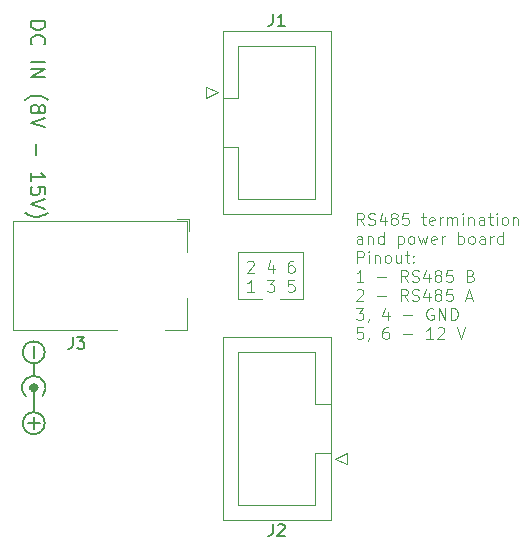
<source format=gbr>
%TF.GenerationSoftware,KiCad,Pcbnew,8.0.3*%
%TF.CreationDate,2024-07-13T17:14:31+01:00*%
%TF.ProjectId,RS485Board,52533438-3542-46f6-9172-642e6b696361,rev?*%
%TF.SameCoordinates,Original*%
%TF.FileFunction,Legend,Top*%
%TF.FilePolarity,Positive*%
%FSLAX46Y46*%
G04 Gerber Fmt 4.6, Leading zero omitted, Abs format (unit mm)*
G04 Created by KiCad (PCBNEW 8.0.3) date 2024-07-13 17:14:31*
%MOMM*%
%LPD*%
G01*
G04 APERTURE LIST*
%ADD10C,0.150000*%
%ADD11C,0.100000*%
%ADD12C,0.170688*%
%ADD13C,0.500000*%
%ADD14C,0.120000*%
G04 APERTURE END LIST*
D10*
X91925000Y-119000000D02*
X91925000Y-118500000D01*
D11*
X109250000Y-114500000D02*
X109250000Y-110500000D01*
D10*
X91925000Y-125000000D02*
X91425000Y-125000000D01*
D11*
X111250000Y-114500000D02*
X109250000Y-114500000D01*
X114750000Y-110500000D02*
X114750000Y-114500000D01*
X114750000Y-114500000D02*
X112750000Y-114500000D01*
X109250000Y-110500000D02*
X114750000Y-110500000D01*
D10*
X91925000Y-125000000D02*
X92425000Y-125000000D01*
X91925000Y-119000000D02*
X91925000Y-119500000D01*
X91925000Y-125000000D02*
X91925000Y-125500000D01*
X91925000Y-125000000D02*
X91925000Y-124500000D01*
D11*
X110006265Y-111357713D02*
X110053884Y-111310094D01*
X110053884Y-111310094D02*
X110149122Y-111262475D01*
X110149122Y-111262475D02*
X110387217Y-111262475D01*
X110387217Y-111262475D02*
X110482455Y-111310094D01*
X110482455Y-111310094D02*
X110530074Y-111357713D01*
X110530074Y-111357713D02*
X110577693Y-111452951D01*
X110577693Y-111452951D02*
X110577693Y-111548189D01*
X110577693Y-111548189D02*
X110530074Y-111691046D01*
X110530074Y-111691046D02*
X109958646Y-112262475D01*
X109958646Y-112262475D02*
X110577693Y-112262475D01*
X112196741Y-111595808D02*
X112196741Y-112262475D01*
X111958646Y-111214856D02*
X111720551Y-111929141D01*
X111720551Y-111929141D02*
X112339598Y-111929141D01*
X113911027Y-111262475D02*
X113720551Y-111262475D01*
X113720551Y-111262475D02*
X113625313Y-111310094D01*
X113625313Y-111310094D02*
X113577694Y-111357713D01*
X113577694Y-111357713D02*
X113482456Y-111500570D01*
X113482456Y-111500570D02*
X113434837Y-111691046D01*
X113434837Y-111691046D02*
X113434837Y-112071998D01*
X113434837Y-112071998D02*
X113482456Y-112167236D01*
X113482456Y-112167236D02*
X113530075Y-112214856D01*
X113530075Y-112214856D02*
X113625313Y-112262475D01*
X113625313Y-112262475D02*
X113815789Y-112262475D01*
X113815789Y-112262475D02*
X113911027Y-112214856D01*
X113911027Y-112214856D02*
X113958646Y-112167236D01*
X113958646Y-112167236D02*
X114006265Y-112071998D01*
X114006265Y-112071998D02*
X114006265Y-111833903D01*
X114006265Y-111833903D02*
X113958646Y-111738665D01*
X113958646Y-111738665D02*
X113911027Y-111691046D01*
X113911027Y-111691046D02*
X113815789Y-111643427D01*
X113815789Y-111643427D02*
X113625313Y-111643427D01*
X113625313Y-111643427D02*
X113530075Y-111691046D01*
X113530075Y-111691046D02*
X113482456Y-111738665D01*
X113482456Y-111738665D02*
X113434837Y-111833903D01*
X110577693Y-113872419D02*
X110006265Y-113872419D01*
X110291979Y-113872419D02*
X110291979Y-112872419D01*
X110291979Y-112872419D02*
X110196741Y-113015276D01*
X110196741Y-113015276D02*
X110101503Y-113110514D01*
X110101503Y-113110514D02*
X110006265Y-113158133D01*
X111672932Y-112872419D02*
X112291979Y-112872419D01*
X112291979Y-112872419D02*
X111958646Y-113253371D01*
X111958646Y-113253371D02*
X112101503Y-113253371D01*
X112101503Y-113253371D02*
X112196741Y-113300990D01*
X112196741Y-113300990D02*
X112244360Y-113348609D01*
X112244360Y-113348609D02*
X112291979Y-113443847D01*
X112291979Y-113443847D02*
X112291979Y-113681942D01*
X112291979Y-113681942D02*
X112244360Y-113777180D01*
X112244360Y-113777180D02*
X112196741Y-113824800D01*
X112196741Y-113824800D02*
X112101503Y-113872419D01*
X112101503Y-113872419D02*
X111815789Y-113872419D01*
X111815789Y-113872419D02*
X111720551Y-113824800D01*
X111720551Y-113824800D02*
X111672932Y-113777180D01*
X113958646Y-112872419D02*
X113482456Y-112872419D01*
X113482456Y-112872419D02*
X113434837Y-113348609D01*
X113434837Y-113348609D02*
X113482456Y-113300990D01*
X113482456Y-113300990D02*
X113577694Y-113253371D01*
X113577694Y-113253371D02*
X113815789Y-113253371D01*
X113815789Y-113253371D02*
X113911027Y-113300990D01*
X113911027Y-113300990D02*
X113958646Y-113348609D01*
X113958646Y-113348609D02*
X114006265Y-113443847D01*
X114006265Y-113443847D02*
X114006265Y-113681942D01*
X114006265Y-113681942D02*
X113958646Y-113777180D01*
X113958646Y-113777180D02*
X113911027Y-113824800D01*
X113911027Y-113824800D02*
X113815789Y-113872419D01*
X113815789Y-113872419D02*
X113577694Y-113872419D01*
X113577694Y-113872419D02*
X113482456Y-113824800D01*
X113482456Y-113824800D02*
X113434837Y-113777180D01*
X119875312Y-108212755D02*
X119541979Y-107736564D01*
X119303884Y-108212755D02*
X119303884Y-107212755D01*
X119303884Y-107212755D02*
X119684836Y-107212755D01*
X119684836Y-107212755D02*
X119780074Y-107260374D01*
X119780074Y-107260374D02*
X119827693Y-107307993D01*
X119827693Y-107307993D02*
X119875312Y-107403231D01*
X119875312Y-107403231D02*
X119875312Y-107546088D01*
X119875312Y-107546088D02*
X119827693Y-107641326D01*
X119827693Y-107641326D02*
X119780074Y-107688945D01*
X119780074Y-107688945D02*
X119684836Y-107736564D01*
X119684836Y-107736564D02*
X119303884Y-107736564D01*
X120256265Y-108165136D02*
X120399122Y-108212755D01*
X120399122Y-108212755D02*
X120637217Y-108212755D01*
X120637217Y-108212755D02*
X120732455Y-108165136D01*
X120732455Y-108165136D02*
X120780074Y-108117516D01*
X120780074Y-108117516D02*
X120827693Y-108022278D01*
X120827693Y-108022278D02*
X120827693Y-107927040D01*
X120827693Y-107927040D02*
X120780074Y-107831802D01*
X120780074Y-107831802D02*
X120732455Y-107784183D01*
X120732455Y-107784183D02*
X120637217Y-107736564D01*
X120637217Y-107736564D02*
X120446741Y-107688945D01*
X120446741Y-107688945D02*
X120351503Y-107641326D01*
X120351503Y-107641326D02*
X120303884Y-107593707D01*
X120303884Y-107593707D02*
X120256265Y-107498469D01*
X120256265Y-107498469D02*
X120256265Y-107403231D01*
X120256265Y-107403231D02*
X120303884Y-107307993D01*
X120303884Y-107307993D02*
X120351503Y-107260374D01*
X120351503Y-107260374D02*
X120446741Y-107212755D01*
X120446741Y-107212755D02*
X120684836Y-107212755D01*
X120684836Y-107212755D02*
X120827693Y-107260374D01*
X121684836Y-107546088D02*
X121684836Y-108212755D01*
X121446741Y-107165136D02*
X121208646Y-107879421D01*
X121208646Y-107879421D02*
X121827693Y-107879421D01*
X122351503Y-107641326D02*
X122256265Y-107593707D01*
X122256265Y-107593707D02*
X122208646Y-107546088D01*
X122208646Y-107546088D02*
X122161027Y-107450850D01*
X122161027Y-107450850D02*
X122161027Y-107403231D01*
X122161027Y-107403231D02*
X122208646Y-107307993D01*
X122208646Y-107307993D02*
X122256265Y-107260374D01*
X122256265Y-107260374D02*
X122351503Y-107212755D01*
X122351503Y-107212755D02*
X122541979Y-107212755D01*
X122541979Y-107212755D02*
X122637217Y-107260374D01*
X122637217Y-107260374D02*
X122684836Y-107307993D01*
X122684836Y-107307993D02*
X122732455Y-107403231D01*
X122732455Y-107403231D02*
X122732455Y-107450850D01*
X122732455Y-107450850D02*
X122684836Y-107546088D01*
X122684836Y-107546088D02*
X122637217Y-107593707D01*
X122637217Y-107593707D02*
X122541979Y-107641326D01*
X122541979Y-107641326D02*
X122351503Y-107641326D01*
X122351503Y-107641326D02*
X122256265Y-107688945D01*
X122256265Y-107688945D02*
X122208646Y-107736564D01*
X122208646Y-107736564D02*
X122161027Y-107831802D01*
X122161027Y-107831802D02*
X122161027Y-108022278D01*
X122161027Y-108022278D02*
X122208646Y-108117516D01*
X122208646Y-108117516D02*
X122256265Y-108165136D01*
X122256265Y-108165136D02*
X122351503Y-108212755D01*
X122351503Y-108212755D02*
X122541979Y-108212755D01*
X122541979Y-108212755D02*
X122637217Y-108165136D01*
X122637217Y-108165136D02*
X122684836Y-108117516D01*
X122684836Y-108117516D02*
X122732455Y-108022278D01*
X122732455Y-108022278D02*
X122732455Y-107831802D01*
X122732455Y-107831802D02*
X122684836Y-107736564D01*
X122684836Y-107736564D02*
X122637217Y-107688945D01*
X122637217Y-107688945D02*
X122541979Y-107641326D01*
X123637217Y-107212755D02*
X123161027Y-107212755D01*
X123161027Y-107212755D02*
X123113408Y-107688945D01*
X123113408Y-107688945D02*
X123161027Y-107641326D01*
X123161027Y-107641326D02*
X123256265Y-107593707D01*
X123256265Y-107593707D02*
X123494360Y-107593707D01*
X123494360Y-107593707D02*
X123589598Y-107641326D01*
X123589598Y-107641326D02*
X123637217Y-107688945D01*
X123637217Y-107688945D02*
X123684836Y-107784183D01*
X123684836Y-107784183D02*
X123684836Y-108022278D01*
X123684836Y-108022278D02*
X123637217Y-108117516D01*
X123637217Y-108117516D02*
X123589598Y-108165136D01*
X123589598Y-108165136D02*
X123494360Y-108212755D01*
X123494360Y-108212755D02*
X123256265Y-108212755D01*
X123256265Y-108212755D02*
X123161027Y-108165136D01*
X123161027Y-108165136D02*
X123113408Y-108117516D01*
X124732456Y-107546088D02*
X125113408Y-107546088D01*
X124875313Y-107212755D02*
X124875313Y-108069897D01*
X124875313Y-108069897D02*
X124922932Y-108165136D01*
X124922932Y-108165136D02*
X125018170Y-108212755D01*
X125018170Y-108212755D02*
X125113408Y-108212755D01*
X125827694Y-108165136D02*
X125732456Y-108212755D01*
X125732456Y-108212755D02*
X125541980Y-108212755D01*
X125541980Y-108212755D02*
X125446742Y-108165136D01*
X125446742Y-108165136D02*
X125399123Y-108069897D01*
X125399123Y-108069897D02*
X125399123Y-107688945D01*
X125399123Y-107688945D02*
X125446742Y-107593707D01*
X125446742Y-107593707D02*
X125541980Y-107546088D01*
X125541980Y-107546088D02*
X125732456Y-107546088D01*
X125732456Y-107546088D02*
X125827694Y-107593707D01*
X125827694Y-107593707D02*
X125875313Y-107688945D01*
X125875313Y-107688945D02*
X125875313Y-107784183D01*
X125875313Y-107784183D02*
X125399123Y-107879421D01*
X126303885Y-108212755D02*
X126303885Y-107546088D01*
X126303885Y-107736564D02*
X126351504Y-107641326D01*
X126351504Y-107641326D02*
X126399123Y-107593707D01*
X126399123Y-107593707D02*
X126494361Y-107546088D01*
X126494361Y-107546088D02*
X126589599Y-107546088D01*
X126922933Y-108212755D02*
X126922933Y-107546088D01*
X126922933Y-107641326D02*
X126970552Y-107593707D01*
X126970552Y-107593707D02*
X127065790Y-107546088D01*
X127065790Y-107546088D02*
X127208647Y-107546088D01*
X127208647Y-107546088D02*
X127303885Y-107593707D01*
X127303885Y-107593707D02*
X127351504Y-107688945D01*
X127351504Y-107688945D02*
X127351504Y-108212755D01*
X127351504Y-107688945D02*
X127399123Y-107593707D01*
X127399123Y-107593707D02*
X127494361Y-107546088D01*
X127494361Y-107546088D02*
X127637218Y-107546088D01*
X127637218Y-107546088D02*
X127732457Y-107593707D01*
X127732457Y-107593707D02*
X127780076Y-107688945D01*
X127780076Y-107688945D02*
X127780076Y-108212755D01*
X128256266Y-108212755D02*
X128256266Y-107546088D01*
X128256266Y-107212755D02*
X128208647Y-107260374D01*
X128208647Y-107260374D02*
X128256266Y-107307993D01*
X128256266Y-107307993D02*
X128303885Y-107260374D01*
X128303885Y-107260374D02*
X128256266Y-107212755D01*
X128256266Y-107212755D02*
X128256266Y-107307993D01*
X128732456Y-107546088D02*
X128732456Y-108212755D01*
X128732456Y-107641326D02*
X128780075Y-107593707D01*
X128780075Y-107593707D02*
X128875313Y-107546088D01*
X128875313Y-107546088D02*
X129018170Y-107546088D01*
X129018170Y-107546088D02*
X129113408Y-107593707D01*
X129113408Y-107593707D02*
X129161027Y-107688945D01*
X129161027Y-107688945D02*
X129161027Y-108212755D01*
X130065789Y-108212755D02*
X130065789Y-107688945D01*
X130065789Y-107688945D02*
X130018170Y-107593707D01*
X130018170Y-107593707D02*
X129922932Y-107546088D01*
X129922932Y-107546088D02*
X129732456Y-107546088D01*
X129732456Y-107546088D02*
X129637218Y-107593707D01*
X130065789Y-108165136D02*
X129970551Y-108212755D01*
X129970551Y-108212755D02*
X129732456Y-108212755D01*
X129732456Y-108212755D02*
X129637218Y-108165136D01*
X129637218Y-108165136D02*
X129589599Y-108069897D01*
X129589599Y-108069897D02*
X129589599Y-107974659D01*
X129589599Y-107974659D02*
X129637218Y-107879421D01*
X129637218Y-107879421D02*
X129732456Y-107831802D01*
X129732456Y-107831802D02*
X129970551Y-107831802D01*
X129970551Y-107831802D02*
X130065789Y-107784183D01*
X130399123Y-107546088D02*
X130780075Y-107546088D01*
X130541980Y-107212755D02*
X130541980Y-108069897D01*
X130541980Y-108069897D02*
X130589599Y-108165136D01*
X130589599Y-108165136D02*
X130684837Y-108212755D01*
X130684837Y-108212755D02*
X130780075Y-108212755D01*
X131113409Y-108212755D02*
X131113409Y-107546088D01*
X131113409Y-107212755D02*
X131065790Y-107260374D01*
X131065790Y-107260374D02*
X131113409Y-107307993D01*
X131113409Y-107307993D02*
X131161028Y-107260374D01*
X131161028Y-107260374D02*
X131113409Y-107212755D01*
X131113409Y-107212755D02*
X131113409Y-107307993D01*
X131732456Y-108212755D02*
X131637218Y-108165136D01*
X131637218Y-108165136D02*
X131589599Y-108117516D01*
X131589599Y-108117516D02*
X131541980Y-108022278D01*
X131541980Y-108022278D02*
X131541980Y-107736564D01*
X131541980Y-107736564D02*
X131589599Y-107641326D01*
X131589599Y-107641326D02*
X131637218Y-107593707D01*
X131637218Y-107593707D02*
X131732456Y-107546088D01*
X131732456Y-107546088D02*
X131875313Y-107546088D01*
X131875313Y-107546088D02*
X131970551Y-107593707D01*
X131970551Y-107593707D02*
X132018170Y-107641326D01*
X132018170Y-107641326D02*
X132065789Y-107736564D01*
X132065789Y-107736564D02*
X132065789Y-108022278D01*
X132065789Y-108022278D02*
X132018170Y-108117516D01*
X132018170Y-108117516D02*
X131970551Y-108165136D01*
X131970551Y-108165136D02*
X131875313Y-108212755D01*
X131875313Y-108212755D02*
X131732456Y-108212755D01*
X132494361Y-107546088D02*
X132494361Y-108212755D01*
X132494361Y-107641326D02*
X132541980Y-107593707D01*
X132541980Y-107593707D02*
X132637218Y-107546088D01*
X132637218Y-107546088D02*
X132780075Y-107546088D01*
X132780075Y-107546088D02*
X132875313Y-107593707D01*
X132875313Y-107593707D02*
X132922932Y-107688945D01*
X132922932Y-107688945D02*
X132922932Y-108212755D01*
X119732455Y-109822699D02*
X119732455Y-109298889D01*
X119732455Y-109298889D02*
X119684836Y-109203651D01*
X119684836Y-109203651D02*
X119589598Y-109156032D01*
X119589598Y-109156032D02*
X119399122Y-109156032D01*
X119399122Y-109156032D02*
X119303884Y-109203651D01*
X119732455Y-109775080D02*
X119637217Y-109822699D01*
X119637217Y-109822699D02*
X119399122Y-109822699D01*
X119399122Y-109822699D02*
X119303884Y-109775080D01*
X119303884Y-109775080D02*
X119256265Y-109679841D01*
X119256265Y-109679841D02*
X119256265Y-109584603D01*
X119256265Y-109584603D02*
X119303884Y-109489365D01*
X119303884Y-109489365D02*
X119399122Y-109441746D01*
X119399122Y-109441746D02*
X119637217Y-109441746D01*
X119637217Y-109441746D02*
X119732455Y-109394127D01*
X120208646Y-109156032D02*
X120208646Y-109822699D01*
X120208646Y-109251270D02*
X120256265Y-109203651D01*
X120256265Y-109203651D02*
X120351503Y-109156032D01*
X120351503Y-109156032D02*
X120494360Y-109156032D01*
X120494360Y-109156032D02*
X120589598Y-109203651D01*
X120589598Y-109203651D02*
X120637217Y-109298889D01*
X120637217Y-109298889D02*
X120637217Y-109822699D01*
X121541979Y-109822699D02*
X121541979Y-108822699D01*
X121541979Y-109775080D02*
X121446741Y-109822699D01*
X121446741Y-109822699D02*
X121256265Y-109822699D01*
X121256265Y-109822699D02*
X121161027Y-109775080D01*
X121161027Y-109775080D02*
X121113408Y-109727460D01*
X121113408Y-109727460D02*
X121065789Y-109632222D01*
X121065789Y-109632222D02*
X121065789Y-109346508D01*
X121065789Y-109346508D02*
X121113408Y-109251270D01*
X121113408Y-109251270D02*
X121161027Y-109203651D01*
X121161027Y-109203651D02*
X121256265Y-109156032D01*
X121256265Y-109156032D02*
X121446741Y-109156032D01*
X121446741Y-109156032D02*
X121541979Y-109203651D01*
X122780075Y-109156032D02*
X122780075Y-110156032D01*
X122780075Y-109203651D02*
X122875313Y-109156032D01*
X122875313Y-109156032D02*
X123065789Y-109156032D01*
X123065789Y-109156032D02*
X123161027Y-109203651D01*
X123161027Y-109203651D02*
X123208646Y-109251270D01*
X123208646Y-109251270D02*
X123256265Y-109346508D01*
X123256265Y-109346508D02*
X123256265Y-109632222D01*
X123256265Y-109632222D02*
X123208646Y-109727460D01*
X123208646Y-109727460D02*
X123161027Y-109775080D01*
X123161027Y-109775080D02*
X123065789Y-109822699D01*
X123065789Y-109822699D02*
X122875313Y-109822699D01*
X122875313Y-109822699D02*
X122780075Y-109775080D01*
X123827694Y-109822699D02*
X123732456Y-109775080D01*
X123732456Y-109775080D02*
X123684837Y-109727460D01*
X123684837Y-109727460D02*
X123637218Y-109632222D01*
X123637218Y-109632222D02*
X123637218Y-109346508D01*
X123637218Y-109346508D02*
X123684837Y-109251270D01*
X123684837Y-109251270D02*
X123732456Y-109203651D01*
X123732456Y-109203651D02*
X123827694Y-109156032D01*
X123827694Y-109156032D02*
X123970551Y-109156032D01*
X123970551Y-109156032D02*
X124065789Y-109203651D01*
X124065789Y-109203651D02*
X124113408Y-109251270D01*
X124113408Y-109251270D02*
X124161027Y-109346508D01*
X124161027Y-109346508D02*
X124161027Y-109632222D01*
X124161027Y-109632222D02*
X124113408Y-109727460D01*
X124113408Y-109727460D02*
X124065789Y-109775080D01*
X124065789Y-109775080D02*
X123970551Y-109822699D01*
X123970551Y-109822699D02*
X123827694Y-109822699D01*
X124494361Y-109156032D02*
X124684837Y-109822699D01*
X124684837Y-109822699D02*
X124875313Y-109346508D01*
X124875313Y-109346508D02*
X125065789Y-109822699D01*
X125065789Y-109822699D02*
X125256265Y-109156032D01*
X126018170Y-109775080D02*
X125922932Y-109822699D01*
X125922932Y-109822699D02*
X125732456Y-109822699D01*
X125732456Y-109822699D02*
X125637218Y-109775080D01*
X125637218Y-109775080D02*
X125589599Y-109679841D01*
X125589599Y-109679841D02*
X125589599Y-109298889D01*
X125589599Y-109298889D02*
X125637218Y-109203651D01*
X125637218Y-109203651D02*
X125732456Y-109156032D01*
X125732456Y-109156032D02*
X125922932Y-109156032D01*
X125922932Y-109156032D02*
X126018170Y-109203651D01*
X126018170Y-109203651D02*
X126065789Y-109298889D01*
X126065789Y-109298889D02*
X126065789Y-109394127D01*
X126065789Y-109394127D02*
X125589599Y-109489365D01*
X126494361Y-109822699D02*
X126494361Y-109156032D01*
X126494361Y-109346508D02*
X126541980Y-109251270D01*
X126541980Y-109251270D02*
X126589599Y-109203651D01*
X126589599Y-109203651D02*
X126684837Y-109156032D01*
X126684837Y-109156032D02*
X126780075Y-109156032D01*
X127875314Y-109822699D02*
X127875314Y-108822699D01*
X127875314Y-109203651D02*
X127970552Y-109156032D01*
X127970552Y-109156032D02*
X128161028Y-109156032D01*
X128161028Y-109156032D02*
X128256266Y-109203651D01*
X128256266Y-109203651D02*
X128303885Y-109251270D01*
X128303885Y-109251270D02*
X128351504Y-109346508D01*
X128351504Y-109346508D02*
X128351504Y-109632222D01*
X128351504Y-109632222D02*
X128303885Y-109727460D01*
X128303885Y-109727460D02*
X128256266Y-109775080D01*
X128256266Y-109775080D02*
X128161028Y-109822699D01*
X128161028Y-109822699D02*
X127970552Y-109822699D01*
X127970552Y-109822699D02*
X127875314Y-109775080D01*
X128922933Y-109822699D02*
X128827695Y-109775080D01*
X128827695Y-109775080D02*
X128780076Y-109727460D01*
X128780076Y-109727460D02*
X128732457Y-109632222D01*
X128732457Y-109632222D02*
X128732457Y-109346508D01*
X128732457Y-109346508D02*
X128780076Y-109251270D01*
X128780076Y-109251270D02*
X128827695Y-109203651D01*
X128827695Y-109203651D02*
X128922933Y-109156032D01*
X128922933Y-109156032D02*
X129065790Y-109156032D01*
X129065790Y-109156032D02*
X129161028Y-109203651D01*
X129161028Y-109203651D02*
X129208647Y-109251270D01*
X129208647Y-109251270D02*
X129256266Y-109346508D01*
X129256266Y-109346508D02*
X129256266Y-109632222D01*
X129256266Y-109632222D02*
X129208647Y-109727460D01*
X129208647Y-109727460D02*
X129161028Y-109775080D01*
X129161028Y-109775080D02*
X129065790Y-109822699D01*
X129065790Y-109822699D02*
X128922933Y-109822699D01*
X130113409Y-109822699D02*
X130113409Y-109298889D01*
X130113409Y-109298889D02*
X130065790Y-109203651D01*
X130065790Y-109203651D02*
X129970552Y-109156032D01*
X129970552Y-109156032D02*
X129780076Y-109156032D01*
X129780076Y-109156032D02*
X129684838Y-109203651D01*
X130113409Y-109775080D02*
X130018171Y-109822699D01*
X130018171Y-109822699D02*
X129780076Y-109822699D01*
X129780076Y-109822699D02*
X129684838Y-109775080D01*
X129684838Y-109775080D02*
X129637219Y-109679841D01*
X129637219Y-109679841D02*
X129637219Y-109584603D01*
X129637219Y-109584603D02*
X129684838Y-109489365D01*
X129684838Y-109489365D02*
X129780076Y-109441746D01*
X129780076Y-109441746D02*
X130018171Y-109441746D01*
X130018171Y-109441746D02*
X130113409Y-109394127D01*
X130589600Y-109822699D02*
X130589600Y-109156032D01*
X130589600Y-109346508D02*
X130637219Y-109251270D01*
X130637219Y-109251270D02*
X130684838Y-109203651D01*
X130684838Y-109203651D02*
X130780076Y-109156032D01*
X130780076Y-109156032D02*
X130875314Y-109156032D01*
X131637219Y-109822699D02*
X131637219Y-108822699D01*
X131637219Y-109775080D02*
X131541981Y-109822699D01*
X131541981Y-109822699D02*
X131351505Y-109822699D01*
X131351505Y-109822699D02*
X131256267Y-109775080D01*
X131256267Y-109775080D02*
X131208648Y-109727460D01*
X131208648Y-109727460D02*
X131161029Y-109632222D01*
X131161029Y-109632222D02*
X131161029Y-109346508D01*
X131161029Y-109346508D02*
X131208648Y-109251270D01*
X131208648Y-109251270D02*
X131256267Y-109203651D01*
X131256267Y-109203651D02*
X131351505Y-109156032D01*
X131351505Y-109156032D02*
X131541981Y-109156032D01*
X131541981Y-109156032D02*
X131637219Y-109203651D01*
X119303884Y-111432643D02*
X119303884Y-110432643D01*
X119303884Y-110432643D02*
X119684836Y-110432643D01*
X119684836Y-110432643D02*
X119780074Y-110480262D01*
X119780074Y-110480262D02*
X119827693Y-110527881D01*
X119827693Y-110527881D02*
X119875312Y-110623119D01*
X119875312Y-110623119D02*
X119875312Y-110765976D01*
X119875312Y-110765976D02*
X119827693Y-110861214D01*
X119827693Y-110861214D02*
X119780074Y-110908833D01*
X119780074Y-110908833D02*
X119684836Y-110956452D01*
X119684836Y-110956452D02*
X119303884Y-110956452D01*
X120303884Y-111432643D02*
X120303884Y-110765976D01*
X120303884Y-110432643D02*
X120256265Y-110480262D01*
X120256265Y-110480262D02*
X120303884Y-110527881D01*
X120303884Y-110527881D02*
X120351503Y-110480262D01*
X120351503Y-110480262D02*
X120303884Y-110432643D01*
X120303884Y-110432643D02*
X120303884Y-110527881D01*
X120780074Y-110765976D02*
X120780074Y-111432643D01*
X120780074Y-110861214D02*
X120827693Y-110813595D01*
X120827693Y-110813595D02*
X120922931Y-110765976D01*
X120922931Y-110765976D02*
X121065788Y-110765976D01*
X121065788Y-110765976D02*
X121161026Y-110813595D01*
X121161026Y-110813595D02*
X121208645Y-110908833D01*
X121208645Y-110908833D02*
X121208645Y-111432643D01*
X121827693Y-111432643D02*
X121732455Y-111385024D01*
X121732455Y-111385024D02*
X121684836Y-111337404D01*
X121684836Y-111337404D02*
X121637217Y-111242166D01*
X121637217Y-111242166D02*
X121637217Y-110956452D01*
X121637217Y-110956452D02*
X121684836Y-110861214D01*
X121684836Y-110861214D02*
X121732455Y-110813595D01*
X121732455Y-110813595D02*
X121827693Y-110765976D01*
X121827693Y-110765976D02*
X121970550Y-110765976D01*
X121970550Y-110765976D02*
X122065788Y-110813595D01*
X122065788Y-110813595D02*
X122113407Y-110861214D01*
X122113407Y-110861214D02*
X122161026Y-110956452D01*
X122161026Y-110956452D02*
X122161026Y-111242166D01*
X122161026Y-111242166D02*
X122113407Y-111337404D01*
X122113407Y-111337404D02*
X122065788Y-111385024D01*
X122065788Y-111385024D02*
X121970550Y-111432643D01*
X121970550Y-111432643D02*
X121827693Y-111432643D01*
X123018169Y-110765976D02*
X123018169Y-111432643D01*
X122589598Y-110765976D02*
X122589598Y-111289785D01*
X122589598Y-111289785D02*
X122637217Y-111385024D01*
X122637217Y-111385024D02*
X122732455Y-111432643D01*
X122732455Y-111432643D02*
X122875312Y-111432643D01*
X122875312Y-111432643D02*
X122970550Y-111385024D01*
X122970550Y-111385024D02*
X123018169Y-111337404D01*
X123351503Y-110765976D02*
X123732455Y-110765976D01*
X123494360Y-110432643D02*
X123494360Y-111289785D01*
X123494360Y-111289785D02*
X123541979Y-111385024D01*
X123541979Y-111385024D02*
X123637217Y-111432643D01*
X123637217Y-111432643D02*
X123732455Y-111432643D01*
X124065789Y-111337404D02*
X124113408Y-111385024D01*
X124113408Y-111385024D02*
X124065789Y-111432643D01*
X124065789Y-111432643D02*
X124018170Y-111385024D01*
X124018170Y-111385024D02*
X124065789Y-111337404D01*
X124065789Y-111337404D02*
X124065789Y-111432643D01*
X124065789Y-110813595D02*
X124113408Y-110861214D01*
X124113408Y-110861214D02*
X124065789Y-110908833D01*
X124065789Y-110908833D02*
X124018170Y-110861214D01*
X124018170Y-110861214D02*
X124065789Y-110813595D01*
X124065789Y-110813595D02*
X124065789Y-110908833D01*
X119827693Y-113042587D02*
X119256265Y-113042587D01*
X119541979Y-113042587D02*
X119541979Y-112042587D01*
X119541979Y-112042587D02*
X119446741Y-112185444D01*
X119446741Y-112185444D02*
X119351503Y-112280682D01*
X119351503Y-112280682D02*
X119256265Y-112328301D01*
X121018170Y-112661634D02*
X121780075Y-112661634D01*
X123589598Y-113042587D02*
X123256265Y-112566396D01*
X123018170Y-113042587D02*
X123018170Y-112042587D01*
X123018170Y-112042587D02*
X123399122Y-112042587D01*
X123399122Y-112042587D02*
X123494360Y-112090206D01*
X123494360Y-112090206D02*
X123541979Y-112137825D01*
X123541979Y-112137825D02*
X123589598Y-112233063D01*
X123589598Y-112233063D02*
X123589598Y-112375920D01*
X123589598Y-112375920D02*
X123541979Y-112471158D01*
X123541979Y-112471158D02*
X123494360Y-112518777D01*
X123494360Y-112518777D02*
X123399122Y-112566396D01*
X123399122Y-112566396D02*
X123018170Y-112566396D01*
X123970551Y-112994968D02*
X124113408Y-113042587D01*
X124113408Y-113042587D02*
X124351503Y-113042587D01*
X124351503Y-113042587D02*
X124446741Y-112994968D01*
X124446741Y-112994968D02*
X124494360Y-112947348D01*
X124494360Y-112947348D02*
X124541979Y-112852110D01*
X124541979Y-112852110D02*
X124541979Y-112756872D01*
X124541979Y-112756872D02*
X124494360Y-112661634D01*
X124494360Y-112661634D02*
X124446741Y-112614015D01*
X124446741Y-112614015D02*
X124351503Y-112566396D01*
X124351503Y-112566396D02*
X124161027Y-112518777D01*
X124161027Y-112518777D02*
X124065789Y-112471158D01*
X124065789Y-112471158D02*
X124018170Y-112423539D01*
X124018170Y-112423539D02*
X123970551Y-112328301D01*
X123970551Y-112328301D02*
X123970551Y-112233063D01*
X123970551Y-112233063D02*
X124018170Y-112137825D01*
X124018170Y-112137825D02*
X124065789Y-112090206D01*
X124065789Y-112090206D02*
X124161027Y-112042587D01*
X124161027Y-112042587D02*
X124399122Y-112042587D01*
X124399122Y-112042587D02*
X124541979Y-112090206D01*
X125399122Y-112375920D02*
X125399122Y-113042587D01*
X125161027Y-111994968D02*
X124922932Y-112709253D01*
X124922932Y-112709253D02*
X125541979Y-112709253D01*
X126065789Y-112471158D02*
X125970551Y-112423539D01*
X125970551Y-112423539D02*
X125922932Y-112375920D01*
X125922932Y-112375920D02*
X125875313Y-112280682D01*
X125875313Y-112280682D02*
X125875313Y-112233063D01*
X125875313Y-112233063D02*
X125922932Y-112137825D01*
X125922932Y-112137825D02*
X125970551Y-112090206D01*
X125970551Y-112090206D02*
X126065789Y-112042587D01*
X126065789Y-112042587D02*
X126256265Y-112042587D01*
X126256265Y-112042587D02*
X126351503Y-112090206D01*
X126351503Y-112090206D02*
X126399122Y-112137825D01*
X126399122Y-112137825D02*
X126446741Y-112233063D01*
X126446741Y-112233063D02*
X126446741Y-112280682D01*
X126446741Y-112280682D02*
X126399122Y-112375920D01*
X126399122Y-112375920D02*
X126351503Y-112423539D01*
X126351503Y-112423539D02*
X126256265Y-112471158D01*
X126256265Y-112471158D02*
X126065789Y-112471158D01*
X126065789Y-112471158D02*
X125970551Y-112518777D01*
X125970551Y-112518777D02*
X125922932Y-112566396D01*
X125922932Y-112566396D02*
X125875313Y-112661634D01*
X125875313Y-112661634D02*
X125875313Y-112852110D01*
X125875313Y-112852110D02*
X125922932Y-112947348D01*
X125922932Y-112947348D02*
X125970551Y-112994968D01*
X125970551Y-112994968D02*
X126065789Y-113042587D01*
X126065789Y-113042587D02*
X126256265Y-113042587D01*
X126256265Y-113042587D02*
X126351503Y-112994968D01*
X126351503Y-112994968D02*
X126399122Y-112947348D01*
X126399122Y-112947348D02*
X126446741Y-112852110D01*
X126446741Y-112852110D02*
X126446741Y-112661634D01*
X126446741Y-112661634D02*
X126399122Y-112566396D01*
X126399122Y-112566396D02*
X126351503Y-112518777D01*
X126351503Y-112518777D02*
X126256265Y-112471158D01*
X127351503Y-112042587D02*
X126875313Y-112042587D01*
X126875313Y-112042587D02*
X126827694Y-112518777D01*
X126827694Y-112518777D02*
X126875313Y-112471158D01*
X126875313Y-112471158D02*
X126970551Y-112423539D01*
X126970551Y-112423539D02*
X127208646Y-112423539D01*
X127208646Y-112423539D02*
X127303884Y-112471158D01*
X127303884Y-112471158D02*
X127351503Y-112518777D01*
X127351503Y-112518777D02*
X127399122Y-112614015D01*
X127399122Y-112614015D02*
X127399122Y-112852110D01*
X127399122Y-112852110D02*
X127351503Y-112947348D01*
X127351503Y-112947348D02*
X127303884Y-112994968D01*
X127303884Y-112994968D02*
X127208646Y-113042587D01*
X127208646Y-113042587D02*
X126970551Y-113042587D01*
X126970551Y-113042587D02*
X126875313Y-112994968D01*
X126875313Y-112994968D02*
X126827694Y-112947348D01*
X128922932Y-112518777D02*
X129065789Y-112566396D01*
X129065789Y-112566396D02*
X129113408Y-112614015D01*
X129113408Y-112614015D02*
X129161027Y-112709253D01*
X129161027Y-112709253D02*
X129161027Y-112852110D01*
X129161027Y-112852110D02*
X129113408Y-112947348D01*
X129113408Y-112947348D02*
X129065789Y-112994968D01*
X129065789Y-112994968D02*
X128970551Y-113042587D01*
X128970551Y-113042587D02*
X128589599Y-113042587D01*
X128589599Y-113042587D02*
X128589599Y-112042587D01*
X128589599Y-112042587D02*
X128922932Y-112042587D01*
X128922932Y-112042587D02*
X129018170Y-112090206D01*
X129018170Y-112090206D02*
X129065789Y-112137825D01*
X129065789Y-112137825D02*
X129113408Y-112233063D01*
X129113408Y-112233063D02*
X129113408Y-112328301D01*
X129113408Y-112328301D02*
X129065789Y-112423539D01*
X129065789Y-112423539D02*
X129018170Y-112471158D01*
X129018170Y-112471158D02*
X128922932Y-112518777D01*
X128922932Y-112518777D02*
X128589599Y-112518777D01*
X119256265Y-113747769D02*
X119303884Y-113700150D01*
X119303884Y-113700150D02*
X119399122Y-113652531D01*
X119399122Y-113652531D02*
X119637217Y-113652531D01*
X119637217Y-113652531D02*
X119732455Y-113700150D01*
X119732455Y-113700150D02*
X119780074Y-113747769D01*
X119780074Y-113747769D02*
X119827693Y-113843007D01*
X119827693Y-113843007D02*
X119827693Y-113938245D01*
X119827693Y-113938245D02*
X119780074Y-114081102D01*
X119780074Y-114081102D02*
X119208646Y-114652531D01*
X119208646Y-114652531D02*
X119827693Y-114652531D01*
X121018170Y-114271578D02*
X121780075Y-114271578D01*
X123589598Y-114652531D02*
X123256265Y-114176340D01*
X123018170Y-114652531D02*
X123018170Y-113652531D01*
X123018170Y-113652531D02*
X123399122Y-113652531D01*
X123399122Y-113652531D02*
X123494360Y-113700150D01*
X123494360Y-113700150D02*
X123541979Y-113747769D01*
X123541979Y-113747769D02*
X123589598Y-113843007D01*
X123589598Y-113843007D02*
X123589598Y-113985864D01*
X123589598Y-113985864D02*
X123541979Y-114081102D01*
X123541979Y-114081102D02*
X123494360Y-114128721D01*
X123494360Y-114128721D02*
X123399122Y-114176340D01*
X123399122Y-114176340D02*
X123018170Y-114176340D01*
X123970551Y-114604912D02*
X124113408Y-114652531D01*
X124113408Y-114652531D02*
X124351503Y-114652531D01*
X124351503Y-114652531D02*
X124446741Y-114604912D01*
X124446741Y-114604912D02*
X124494360Y-114557292D01*
X124494360Y-114557292D02*
X124541979Y-114462054D01*
X124541979Y-114462054D02*
X124541979Y-114366816D01*
X124541979Y-114366816D02*
X124494360Y-114271578D01*
X124494360Y-114271578D02*
X124446741Y-114223959D01*
X124446741Y-114223959D02*
X124351503Y-114176340D01*
X124351503Y-114176340D02*
X124161027Y-114128721D01*
X124161027Y-114128721D02*
X124065789Y-114081102D01*
X124065789Y-114081102D02*
X124018170Y-114033483D01*
X124018170Y-114033483D02*
X123970551Y-113938245D01*
X123970551Y-113938245D02*
X123970551Y-113843007D01*
X123970551Y-113843007D02*
X124018170Y-113747769D01*
X124018170Y-113747769D02*
X124065789Y-113700150D01*
X124065789Y-113700150D02*
X124161027Y-113652531D01*
X124161027Y-113652531D02*
X124399122Y-113652531D01*
X124399122Y-113652531D02*
X124541979Y-113700150D01*
X125399122Y-113985864D02*
X125399122Y-114652531D01*
X125161027Y-113604912D02*
X124922932Y-114319197D01*
X124922932Y-114319197D02*
X125541979Y-114319197D01*
X126065789Y-114081102D02*
X125970551Y-114033483D01*
X125970551Y-114033483D02*
X125922932Y-113985864D01*
X125922932Y-113985864D02*
X125875313Y-113890626D01*
X125875313Y-113890626D02*
X125875313Y-113843007D01*
X125875313Y-113843007D02*
X125922932Y-113747769D01*
X125922932Y-113747769D02*
X125970551Y-113700150D01*
X125970551Y-113700150D02*
X126065789Y-113652531D01*
X126065789Y-113652531D02*
X126256265Y-113652531D01*
X126256265Y-113652531D02*
X126351503Y-113700150D01*
X126351503Y-113700150D02*
X126399122Y-113747769D01*
X126399122Y-113747769D02*
X126446741Y-113843007D01*
X126446741Y-113843007D02*
X126446741Y-113890626D01*
X126446741Y-113890626D02*
X126399122Y-113985864D01*
X126399122Y-113985864D02*
X126351503Y-114033483D01*
X126351503Y-114033483D02*
X126256265Y-114081102D01*
X126256265Y-114081102D02*
X126065789Y-114081102D01*
X126065789Y-114081102D02*
X125970551Y-114128721D01*
X125970551Y-114128721D02*
X125922932Y-114176340D01*
X125922932Y-114176340D02*
X125875313Y-114271578D01*
X125875313Y-114271578D02*
X125875313Y-114462054D01*
X125875313Y-114462054D02*
X125922932Y-114557292D01*
X125922932Y-114557292D02*
X125970551Y-114604912D01*
X125970551Y-114604912D02*
X126065789Y-114652531D01*
X126065789Y-114652531D02*
X126256265Y-114652531D01*
X126256265Y-114652531D02*
X126351503Y-114604912D01*
X126351503Y-114604912D02*
X126399122Y-114557292D01*
X126399122Y-114557292D02*
X126446741Y-114462054D01*
X126446741Y-114462054D02*
X126446741Y-114271578D01*
X126446741Y-114271578D02*
X126399122Y-114176340D01*
X126399122Y-114176340D02*
X126351503Y-114128721D01*
X126351503Y-114128721D02*
X126256265Y-114081102D01*
X127351503Y-113652531D02*
X126875313Y-113652531D01*
X126875313Y-113652531D02*
X126827694Y-114128721D01*
X126827694Y-114128721D02*
X126875313Y-114081102D01*
X126875313Y-114081102D02*
X126970551Y-114033483D01*
X126970551Y-114033483D02*
X127208646Y-114033483D01*
X127208646Y-114033483D02*
X127303884Y-114081102D01*
X127303884Y-114081102D02*
X127351503Y-114128721D01*
X127351503Y-114128721D02*
X127399122Y-114223959D01*
X127399122Y-114223959D02*
X127399122Y-114462054D01*
X127399122Y-114462054D02*
X127351503Y-114557292D01*
X127351503Y-114557292D02*
X127303884Y-114604912D01*
X127303884Y-114604912D02*
X127208646Y-114652531D01*
X127208646Y-114652531D02*
X126970551Y-114652531D01*
X126970551Y-114652531D02*
X126875313Y-114604912D01*
X126875313Y-114604912D02*
X126827694Y-114557292D01*
X128541980Y-114366816D02*
X129018170Y-114366816D01*
X128446742Y-114652531D02*
X128780075Y-113652531D01*
X128780075Y-113652531D02*
X129113408Y-114652531D01*
X119208646Y-115262475D02*
X119827693Y-115262475D01*
X119827693Y-115262475D02*
X119494360Y-115643427D01*
X119494360Y-115643427D02*
X119637217Y-115643427D01*
X119637217Y-115643427D02*
X119732455Y-115691046D01*
X119732455Y-115691046D02*
X119780074Y-115738665D01*
X119780074Y-115738665D02*
X119827693Y-115833903D01*
X119827693Y-115833903D02*
X119827693Y-116071998D01*
X119827693Y-116071998D02*
X119780074Y-116167236D01*
X119780074Y-116167236D02*
X119732455Y-116214856D01*
X119732455Y-116214856D02*
X119637217Y-116262475D01*
X119637217Y-116262475D02*
X119351503Y-116262475D01*
X119351503Y-116262475D02*
X119256265Y-116214856D01*
X119256265Y-116214856D02*
X119208646Y-116167236D01*
X120303884Y-116214856D02*
X120303884Y-116262475D01*
X120303884Y-116262475D02*
X120256265Y-116357713D01*
X120256265Y-116357713D02*
X120208646Y-116405332D01*
X121922931Y-115595808D02*
X121922931Y-116262475D01*
X121684836Y-115214856D02*
X121446741Y-115929141D01*
X121446741Y-115929141D02*
X122065788Y-115929141D01*
X123208646Y-115881522D02*
X123970551Y-115881522D01*
X125732455Y-115310094D02*
X125637217Y-115262475D01*
X125637217Y-115262475D02*
X125494360Y-115262475D01*
X125494360Y-115262475D02*
X125351503Y-115310094D01*
X125351503Y-115310094D02*
X125256265Y-115405332D01*
X125256265Y-115405332D02*
X125208646Y-115500570D01*
X125208646Y-115500570D02*
X125161027Y-115691046D01*
X125161027Y-115691046D02*
X125161027Y-115833903D01*
X125161027Y-115833903D02*
X125208646Y-116024379D01*
X125208646Y-116024379D02*
X125256265Y-116119617D01*
X125256265Y-116119617D02*
X125351503Y-116214856D01*
X125351503Y-116214856D02*
X125494360Y-116262475D01*
X125494360Y-116262475D02*
X125589598Y-116262475D01*
X125589598Y-116262475D02*
X125732455Y-116214856D01*
X125732455Y-116214856D02*
X125780074Y-116167236D01*
X125780074Y-116167236D02*
X125780074Y-115833903D01*
X125780074Y-115833903D02*
X125589598Y-115833903D01*
X126208646Y-116262475D02*
X126208646Y-115262475D01*
X126208646Y-115262475D02*
X126780074Y-116262475D01*
X126780074Y-116262475D02*
X126780074Y-115262475D01*
X127256265Y-116262475D02*
X127256265Y-115262475D01*
X127256265Y-115262475D02*
X127494360Y-115262475D01*
X127494360Y-115262475D02*
X127637217Y-115310094D01*
X127637217Y-115310094D02*
X127732455Y-115405332D01*
X127732455Y-115405332D02*
X127780074Y-115500570D01*
X127780074Y-115500570D02*
X127827693Y-115691046D01*
X127827693Y-115691046D02*
X127827693Y-115833903D01*
X127827693Y-115833903D02*
X127780074Y-116024379D01*
X127780074Y-116024379D02*
X127732455Y-116119617D01*
X127732455Y-116119617D02*
X127637217Y-116214856D01*
X127637217Y-116214856D02*
X127494360Y-116262475D01*
X127494360Y-116262475D02*
X127256265Y-116262475D01*
X119780074Y-116872419D02*
X119303884Y-116872419D01*
X119303884Y-116872419D02*
X119256265Y-117348609D01*
X119256265Y-117348609D02*
X119303884Y-117300990D01*
X119303884Y-117300990D02*
X119399122Y-117253371D01*
X119399122Y-117253371D02*
X119637217Y-117253371D01*
X119637217Y-117253371D02*
X119732455Y-117300990D01*
X119732455Y-117300990D02*
X119780074Y-117348609D01*
X119780074Y-117348609D02*
X119827693Y-117443847D01*
X119827693Y-117443847D02*
X119827693Y-117681942D01*
X119827693Y-117681942D02*
X119780074Y-117777180D01*
X119780074Y-117777180D02*
X119732455Y-117824800D01*
X119732455Y-117824800D02*
X119637217Y-117872419D01*
X119637217Y-117872419D02*
X119399122Y-117872419D01*
X119399122Y-117872419D02*
X119303884Y-117824800D01*
X119303884Y-117824800D02*
X119256265Y-117777180D01*
X120303884Y-117824800D02*
X120303884Y-117872419D01*
X120303884Y-117872419D02*
X120256265Y-117967657D01*
X120256265Y-117967657D02*
X120208646Y-118015276D01*
X121922931Y-116872419D02*
X121732455Y-116872419D01*
X121732455Y-116872419D02*
X121637217Y-116920038D01*
X121637217Y-116920038D02*
X121589598Y-116967657D01*
X121589598Y-116967657D02*
X121494360Y-117110514D01*
X121494360Y-117110514D02*
X121446741Y-117300990D01*
X121446741Y-117300990D02*
X121446741Y-117681942D01*
X121446741Y-117681942D02*
X121494360Y-117777180D01*
X121494360Y-117777180D02*
X121541979Y-117824800D01*
X121541979Y-117824800D02*
X121637217Y-117872419D01*
X121637217Y-117872419D02*
X121827693Y-117872419D01*
X121827693Y-117872419D02*
X121922931Y-117824800D01*
X121922931Y-117824800D02*
X121970550Y-117777180D01*
X121970550Y-117777180D02*
X122018169Y-117681942D01*
X122018169Y-117681942D02*
X122018169Y-117443847D01*
X122018169Y-117443847D02*
X121970550Y-117348609D01*
X121970550Y-117348609D02*
X121922931Y-117300990D01*
X121922931Y-117300990D02*
X121827693Y-117253371D01*
X121827693Y-117253371D02*
X121637217Y-117253371D01*
X121637217Y-117253371D02*
X121541979Y-117300990D01*
X121541979Y-117300990D02*
X121494360Y-117348609D01*
X121494360Y-117348609D02*
X121446741Y-117443847D01*
X123208646Y-117491466D02*
X123970551Y-117491466D01*
X125732455Y-117872419D02*
X125161027Y-117872419D01*
X125446741Y-117872419D02*
X125446741Y-116872419D01*
X125446741Y-116872419D02*
X125351503Y-117015276D01*
X125351503Y-117015276D02*
X125256265Y-117110514D01*
X125256265Y-117110514D02*
X125161027Y-117158133D01*
X126113408Y-116967657D02*
X126161027Y-116920038D01*
X126161027Y-116920038D02*
X126256265Y-116872419D01*
X126256265Y-116872419D02*
X126494360Y-116872419D01*
X126494360Y-116872419D02*
X126589598Y-116920038D01*
X126589598Y-116920038D02*
X126637217Y-116967657D01*
X126637217Y-116967657D02*
X126684836Y-117062895D01*
X126684836Y-117062895D02*
X126684836Y-117158133D01*
X126684836Y-117158133D02*
X126637217Y-117300990D01*
X126637217Y-117300990D02*
X126065789Y-117872419D01*
X126065789Y-117872419D02*
X126684836Y-117872419D01*
X127732456Y-116872419D02*
X128065789Y-117872419D01*
X128065789Y-117872419D02*
X128399122Y-116872419D01*
D12*
X91662061Y-90964858D02*
X92913773Y-90964858D01*
X92913773Y-90964858D02*
X92913773Y-91262885D01*
X92913773Y-91262885D02*
X92854168Y-91441701D01*
X92854168Y-91441701D02*
X92734957Y-91560912D01*
X92734957Y-91560912D02*
X92615747Y-91620517D01*
X92615747Y-91620517D02*
X92377325Y-91680122D01*
X92377325Y-91680122D02*
X92198509Y-91680122D01*
X92198509Y-91680122D02*
X91960088Y-91620517D01*
X91960088Y-91620517D02*
X91840877Y-91560912D01*
X91840877Y-91560912D02*
X91721667Y-91441701D01*
X91721667Y-91441701D02*
X91662061Y-91262885D01*
X91662061Y-91262885D02*
X91662061Y-90964858D01*
X91781272Y-92931834D02*
X91721667Y-92872229D01*
X91721667Y-92872229D02*
X91662061Y-92693413D01*
X91662061Y-92693413D02*
X91662061Y-92574202D01*
X91662061Y-92574202D02*
X91721667Y-92395386D01*
X91721667Y-92395386D02*
X91840877Y-92276176D01*
X91840877Y-92276176D02*
X91960088Y-92216570D01*
X91960088Y-92216570D02*
X92198509Y-92156965D01*
X92198509Y-92156965D02*
X92377325Y-92156965D01*
X92377325Y-92156965D02*
X92615747Y-92216570D01*
X92615747Y-92216570D02*
X92734957Y-92276176D01*
X92734957Y-92276176D02*
X92854168Y-92395386D01*
X92854168Y-92395386D02*
X92913773Y-92574202D01*
X92913773Y-92574202D02*
X92913773Y-92693413D01*
X92913773Y-92693413D02*
X92854168Y-92872229D01*
X92854168Y-92872229D02*
X92794563Y-92931834D01*
X91662061Y-94421967D02*
X92913773Y-94421967D01*
X91662061Y-95018020D02*
X92913773Y-95018020D01*
X92913773Y-95018020D02*
X91662061Y-95733284D01*
X91662061Y-95733284D02*
X92913773Y-95733284D01*
X91185219Y-97640654D02*
X91244824Y-97581049D01*
X91244824Y-97581049D02*
X91423640Y-97461838D01*
X91423640Y-97461838D02*
X91542851Y-97402233D01*
X91542851Y-97402233D02*
X91721667Y-97342628D01*
X91721667Y-97342628D02*
X92019693Y-97283022D01*
X92019693Y-97283022D02*
X92258115Y-97283022D01*
X92258115Y-97283022D02*
X92556141Y-97342628D01*
X92556141Y-97342628D02*
X92734957Y-97402233D01*
X92734957Y-97402233D02*
X92854168Y-97461838D01*
X92854168Y-97461838D02*
X93032984Y-97581049D01*
X93032984Y-97581049D02*
X93092589Y-97640654D01*
X92377325Y-98296313D02*
X92436931Y-98177103D01*
X92436931Y-98177103D02*
X92496536Y-98117497D01*
X92496536Y-98117497D02*
X92615747Y-98057892D01*
X92615747Y-98057892D02*
X92675352Y-98057892D01*
X92675352Y-98057892D02*
X92794563Y-98117497D01*
X92794563Y-98117497D02*
X92854168Y-98177103D01*
X92854168Y-98177103D02*
X92913773Y-98296313D01*
X92913773Y-98296313D02*
X92913773Y-98534735D01*
X92913773Y-98534735D02*
X92854168Y-98653945D01*
X92854168Y-98653945D02*
X92794563Y-98713551D01*
X92794563Y-98713551D02*
X92675352Y-98773156D01*
X92675352Y-98773156D02*
X92615747Y-98773156D01*
X92615747Y-98773156D02*
X92496536Y-98713551D01*
X92496536Y-98713551D02*
X92436931Y-98653945D01*
X92436931Y-98653945D02*
X92377325Y-98534735D01*
X92377325Y-98534735D02*
X92377325Y-98296313D01*
X92377325Y-98296313D02*
X92317720Y-98177103D01*
X92317720Y-98177103D02*
X92258115Y-98117497D01*
X92258115Y-98117497D02*
X92138904Y-98057892D01*
X92138904Y-98057892D02*
X91900483Y-98057892D01*
X91900483Y-98057892D02*
X91781272Y-98117497D01*
X91781272Y-98117497D02*
X91721667Y-98177103D01*
X91721667Y-98177103D02*
X91662061Y-98296313D01*
X91662061Y-98296313D02*
X91662061Y-98534735D01*
X91662061Y-98534735D02*
X91721667Y-98653945D01*
X91721667Y-98653945D02*
X91781272Y-98713551D01*
X91781272Y-98713551D02*
X91900483Y-98773156D01*
X91900483Y-98773156D02*
X92138904Y-98773156D01*
X92138904Y-98773156D02*
X92258115Y-98713551D01*
X92258115Y-98713551D02*
X92317720Y-98653945D01*
X92317720Y-98653945D02*
X92377325Y-98534735D01*
X92913773Y-99130788D02*
X91662061Y-99548026D01*
X91662061Y-99548026D02*
X92913773Y-99965263D01*
X92138904Y-101336185D02*
X92138904Y-102289871D01*
X91662061Y-104495268D02*
X91662061Y-103780004D01*
X91662061Y-104137636D02*
X92913773Y-104137636D01*
X92913773Y-104137636D02*
X92734957Y-104018425D01*
X92734957Y-104018425D02*
X92615747Y-103899215D01*
X92615747Y-103899215D02*
X92556141Y-103780004D01*
X92913773Y-105627770D02*
X92913773Y-105031716D01*
X92913773Y-105031716D02*
X92317720Y-104972111D01*
X92317720Y-104972111D02*
X92377325Y-105031716D01*
X92377325Y-105031716D02*
X92436931Y-105150927D01*
X92436931Y-105150927D02*
X92436931Y-105448954D01*
X92436931Y-105448954D02*
X92377325Y-105568164D01*
X92377325Y-105568164D02*
X92317720Y-105627770D01*
X92317720Y-105627770D02*
X92198509Y-105687375D01*
X92198509Y-105687375D02*
X91900483Y-105687375D01*
X91900483Y-105687375D02*
X91781272Y-105627770D01*
X91781272Y-105627770D02*
X91721667Y-105568164D01*
X91721667Y-105568164D02*
X91662061Y-105448954D01*
X91662061Y-105448954D02*
X91662061Y-105150927D01*
X91662061Y-105150927D02*
X91721667Y-105031716D01*
X91721667Y-105031716D02*
X91781272Y-104972111D01*
X92913773Y-106045007D02*
X91662061Y-106462245D01*
X91662061Y-106462245D02*
X92913773Y-106879482D01*
X91185219Y-107177509D02*
X91244824Y-107237114D01*
X91244824Y-107237114D02*
X91423640Y-107356325D01*
X91423640Y-107356325D02*
X91542851Y-107415930D01*
X91542851Y-107415930D02*
X91721667Y-107475535D01*
X91721667Y-107475535D02*
X92019693Y-107535141D01*
X92019693Y-107535141D02*
X92258115Y-107535141D01*
X92258115Y-107535141D02*
X92556141Y-107475535D01*
X92556141Y-107475535D02*
X92734957Y-107415930D01*
X92734957Y-107415930D02*
X92854168Y-107356325D01*
X92854168Y-107356325D02*
X93032984Y-107237114D01*
X93032984Y-107237114D02*
X93092589Y-107177509D01*
D10*
X112166666Y-90354819D02*
X112166666Y-91069104D01*
X112166666Y-91069104D02*
X112119047Y-91211961D01*
X112119047Y-91211961D02*
X112023809Y-91307200D01*
X112023809Y-91307200D02*
X111880952Y-91354819D01*
X111880952Y-91354819D02*
X111785714Y-91354819D01*
X113166666Y-91354819D02*
X112595238Y-91354819D01*
X112880952Y-91354819D02*
X112880952Y-90354819D01*
X112880952Y-90354819D02*
X112785714Y-90497676D01*
X112785714Y-90497676D02*
X112690476Y-90592914D01*
X112690476Y-90592914D02*
X112595238Y-90640533D01*
X95216666Y-117704819D02*
X95216666Y-118419104D01*
X95216666Y-118419104D02*
X95169047Y-118561961D01*
X95169047Y-118561961D02*
X95073809Y-118657200D01*
X95073809Y-118657200D02*
X94930952Y-118704819D01*
X94930952Y-118704819D02*
X94835714Y-118704819D01*
X95597619Y-117704819D02*
X96216666Y-117704819D01*
X96216666Y-117704819D02*
X95883333Y-118085771D01*
X95883333Y-118085771D02*
X96026190Y-118085771D01*
X96026190Y-118085771D02*
X96121428Y-118133390D01*
X96121428Y-118133390D02*
X96169047Y-118181009D01*
X96169047Y-118181009D02*
X96216666Y-118276247D01*
X96216666Y-118276247D02*
X96216666Y-118514342D01*
X96216666Y-118514342D02*
X96169047Y-118609580D01*
X96169047Y-118609580D02*
X96121428Y-118657200D01*
X96121428Y-118657200D02*
X96026190Y-118704819D01*
X96026190Y-118704819D02*
X95740476Y-118704819D01*
X95740476Y-118704819D02*
X95645238Y-118657200D01*
X95645238Y-118657200D02*
X95597619Y-118609580D01*
X112166666Y-133554819D02*
X112166666Y-134269104D01*
X112166666Y-134269104D02*
X112119047Y-134411961D01*
X112119047Y-134411961D02*
X112023809Y-134507200D01*
X112023809Y-134507200D02*
X111880952Y-134554819D01*
X111880952Y-134554819D02*
X111785714Y-134554819D01*
X112595238Y-133650057D02*
X112642857Y-133602438D01*
X112642857Y-133602438D02*
X112738095Y-133554819D01*
X112738095Y-133554819D02*
X112976190Y-133554819D01*
X112976190Y-133554819D02*
X113071428Y-133602438D01*
X113071428Y-133602438D02*
X113119047Y-133650057D01*
X113119047Y-133650057D02*
X113166666Y-133745295D01*
X113166666Y-133745295D02*
X113166666Y-133840533D01*
X113166666Y-133840533D02*
X113119047Y-133983390D01*
X113119047Y-133983390D02*
X112547619Y-134554819D01*
X112547619Y-134554819D02*
X113166666Y-134554819D01*
%TO.C,REF\u002A\u002A*%
X91925000Y-120000000D02*
X91925000Y-120900000D01*
X91925000Y-122000000D02*
X91925000Y-124000000D01*
X91250000Y-122750000D02*
G75*
G02*
X92675000Y-122675000I675000J750000D01*
G01*
X92850000Y-119000000D02*
G75*
G02*
X91000000Y-119000000I-925000J0D01*
G01*
X91000000Y-119000000D02*
G75*
G02*
X92850000Y-119000000I925000J0D01*
G01*
D13*
X92100000Y-122000000D02*
G75*
G02*
X91750000Y-122000000I-175000J0D01*
G01*
X91750000Y-122000000D02*
G75*
G02*
X92100000Y-122000000I175000J0D01*
G01*
D10*
X92850000Y-125000000D02*
G75*
G02*
X91000000Y-125000000I-925000J0D01*
G01*
X91000000Y-125000000D02*
G75*
G02*
X92850000Y-125000000I925000J0D01*
G01*
D14*
%TO.C,J1*%
X106550000Y-96500000D02*
X106550000Y-97500000D01*
X106550000Y-97500000D02*
X107550000Y-97000000D01*
X107550000Y-97000000D02*
X106550000Y-96500000D01*
X107940000Y-91790000D02*
X117060000Y-91790000D01*
X107940000Y-97490000D02*
X109250000Y-97490000D01*
X107940000Y-107290000D02*
X107940000Y-91790000D01*
X109250000Y-93090000D02*
X115750000Y-93090000D01*
X109250000Y-97490000D02*
X109250000Y-93090000D01*
X109250000Y-101590000D02*
X107940000Y-101590000D01*
X109250000Y-101590000D02*
X109250000Y-101590000D01*
X109250000Y-105990000D02*
X109250000Y-101590000D01*
X115750000Y-93090000D02*
X115750000Y-105990000D01*
X115750000Y-105990000D02*
X109250000Y-105990000D01*
X117060000Y-91790000D02*
X117060000Y-107290000D01*
X117060000Y-107290000D02*
X107940000Y-107290000D01*
%TO.C,J3*%
X90200000Y-107900000D02*
X104900000Y-107900000D01*
X90200000Y-117100000D02*
X90200000Y-107900000D01*
X99000000Y-117100000D02*
X90200000Y-117100000D01*
X104050000Y-107700000D02*
X105100000Y-107700000D01*
X104900000Y-107900000D02*
X104900000Y-110500000D01*
X104900000Y-114400000D02*
X104900000Y-117100000D01*
X104900000Y-117100000D02*
X103000000Y-117100000D01*
X105100000Y-108750000D02*
X105100000Y-107700000D01*
%TO.C,J2*%
X107940000Y-117710000D02*
X117060000Y-117710000D01*
X107940000Y-133210000D02*
X107940000Y-117710000D01*
X109250000Y-119010000D02*
X115750000Y-119010000D01*
X109250000Y-131910000D02*
X109250000Y-119010000D01*
X115750000Y-119010000D02*
X115750000Y-123410000D01*
X115750000Y-123410000D02*
X115750000Y-123410000D01*
X115750000Y-123410000D02*
X117060000Y-123410000D01*
X115750000Y-127510000D02*
X115750000Y-131910000D01*
X115750000Y-131910000D02*
X109250000Y-131910000D01*
X117060000Y-117710000D02*
X117060000Y-133210000D01*
X117060000Y-127510000D02*
X115750000Y-127510000D01*
X117060000Y-133210000D02*
X107940000Y-133210000D01*
X117450000Y-128000000D02*
X118450000Y-128500000D01*
X118450000Y-127500000D02*
X117450000Y-128000000D01*
X118450000Y-128500000D02*
X118450000Y-127500000D01*
%TD*%
M02*

</source>
